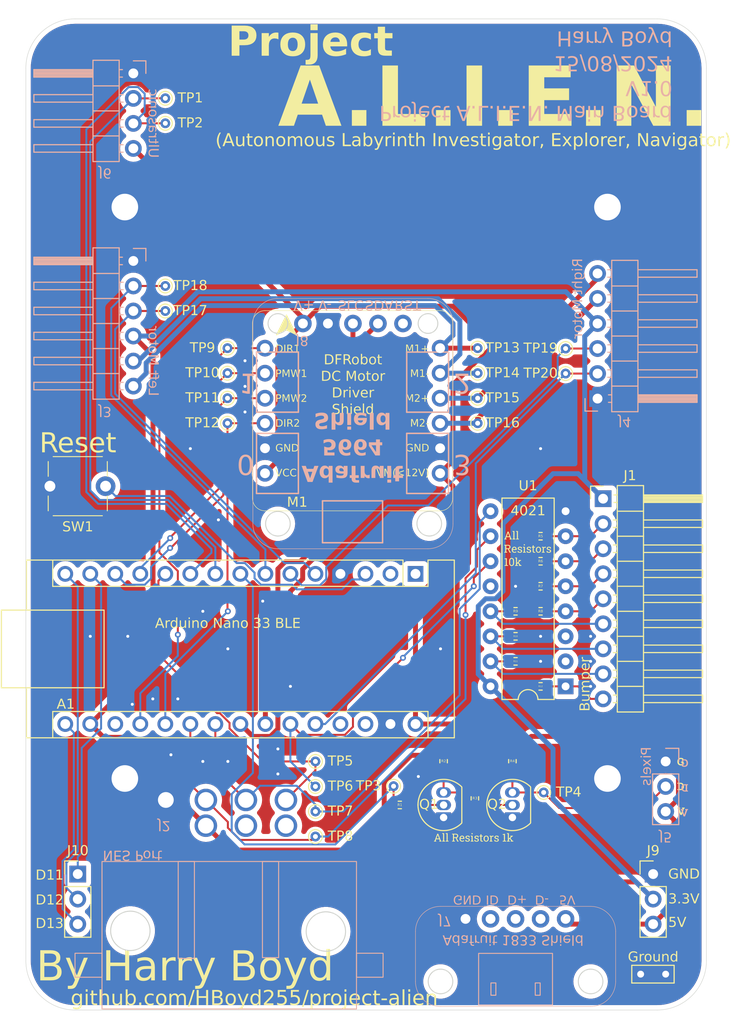
<source format=kicad_pcb>
(kicad_pcb (version 20240108) (generator "pcbnew") (generator_version "8.0")
  (title_block (title "A.L.I.E.N. Main Board") (date "2024-08-13") (rev "1.0") (comment 1 "Designed By: Harry Boyd"))
  (layers (0 "F.Cu" signal) (31 "B.Cu" signal) (34 "B.Paste" user) (35 "F.Paste" user) (36 "B.SilkS" user "B.Silkscreen") (37 "F.SilkS" user "F.Silkscreen") (38 "B.Mask" user) (39 "F.Mask" user) (44 "Edge.Cuts" user))
  (net 0 "")
  (net 1 "I2C_SCL")
  (net 3 "ENC1B")
  (net 4 "DIR1")
  (net 5 "I2C_SDA")
  (net 6 "PWM1")
  (net 8 "D12")
  (net 9 "USONIC_ECHO")
  (net 10 "+3.3V")
  (net 12 "D11")
  (net 13 "DIR2")
  (net 14 "USONIC_TRIG")
  (net 15 "PWM2")
  (net 16 "ENC2A")
  (net 17 "ENC2B")
  (net 18 "D13")
  (net 19 "Net-(A1-~{RESET}-Pad3)")
  (net 20 "ENC1A")
  (net 22 "PIXELS_DATA_3.3V")
  (net 23 "M1-")
  (net 30 "NES_DATA")
  (net 31 "BUMPER_DATA")
  (net 32 "SHIFT_REG_LOAD")
  (net 33 "SHIFT_REG_CLOCK")
  (net 34 "Net-(J1-Pin_6)")
  (net 35 "Net-(J1-Pin_8)")
  (net 36 "+5V")
  (net 37 "Net-(J1-Pin_7)")
  (net 38 "Net-(J1-Pin_2)")
  (net 39 "Net-(J1-Pin_5)")
  (net 40 "Net-(J1-Pin_3)")
  (net 41 "Net-(J1-Pin_4)")
  (net 42 "GND")
  (net 43 "M1+")
  (net 44 "M2+")
  (net 45 "M2-")
  (net 46 "PIXELS_DATA_5V")
  (net 47 "Net-(Q1-B)")
  (net 48 "Net-(Q1-C)")
  (net 49 "Net-(Q2-B)")
  (net 53 "Net-(J1-Pin_9)")
  (footprint "TestPoint:TestPoint_THTPad_D1.0mm_Drill0.5mm" (layer "F.Cu") (at 124.421974 86.321974)
    (property "Reference" "TP9")
    (property "Value" "TestPoint" (hide yes))
  )
  (footprint "Resistor_SMD:R_0402_1005Metric_Pad0.72x0.64mm_HandSolder" (layer "F.Cu") (at 156.21 107.95 180)
    (property "Reference" "R6" (hide yes))
    (property "Value" "10k" (hide yes))
  )
  (footprint "TestPoint:TestPoint_THTPad_D1.0mm_Drill0.5mm" (layer "F.Cu") (at 158.75 88.9)
    (property "Reference" "TP20")
    (property "Value" "TestPoint" (hide yes))
  )
  (footprint "TestPoint:TestPoint_THTPad_D1.0mm_Drill0.5mm" (layer "F.Cu") (at 124.421974 91.401974)
    (property "Reference" "TP11")
    (property "Value" "TestPoint" (hide yes))
  )
  (footprint "Module:Arduino_Nano" (layer "F.Cu") (at 143.51 109.23 -90)
    (property "Reference" "A1")
    (property "Value" "Arduino Nano 33 BLE")
  )
  (footprint "MountingHole:MountingHole_2.7mm_M2.5_Pad" (layer "F.Cu") (at 163 72)
    (property "Reference" "H4" (hide yes))
    (property "Value" "MountingHole_Pad" (hide yes))
  )
  (footprint "TestPoint:TestPoint_THTPad_D1.0mm_Drill0.5mm" (layer "F.Cu") (at 133.35 135.89)
    (property "Reference" "TP8")
    (property "Value" "TestPoint" (hide yes))
  )
  (footprint "Resistor_SMD:R_0402_1005Metric_Pad0.72x0.64mm_HandSolder" (layer "F.Cu") (at 141.919399 132.688321 180)
    (property "Reference" "R1" (hide yes))
    (property "Value" "1k" (hide yes))
  )
  (footprint "Resistor_SMD:R_0402_1005Metric_Pad0.72x0.64mm_HandSolder" (layer "F.Cu") (at 153.67 118.11)
    (property "Reference" "R11" (hide yes))
    (property "Value" "10k" (hide yes))
  )
  (footprint "TestPoint:TestPoint_THTPad_D1.0mm_Drill0.5mm" (layer "F.Cu") (at 124.421974 93.941974)
    (property "Reference" "TP12")
    (property "Value" "TestPoint" (hide yes))
  )
  (footprint "Resistor_SMD:R_0402_1005Metric_Pad0.72x0.64mm_HandSolder" (layer "F.Cu") (at 153.67 113.03)
    (property "Reference" "R9" (hide yes))
    (property "Value" "10k" (hide yes))
  )
  (footprint "DFRobot_DC_Motor_Driver_Shield:DFRobot_DC_Motor_Driver_Shield" (layer "F.Cu") (at 137.16 92.71)
    (property "Reference" "M1")
    (property "Value" "~" (hide yes))
  )
  (footprint "Resistor_SMD:R_0402_1005Metric_Pad0.72x0.64mm_HandSolder" (layer "F.Cu") (at 153.67 115.57)
    (property "Reference" "R10" (hide yes))
    (property "Value" "10k" (hide yes))
  )
  (footprint "TestPoint:TestPoint_THTPad_D1.0mm_Drill0.5mm" (layer "F.Cu") (at 149.821974 91.401974)
    (property "Reference" "TP15")
    (property "Value" "TestPoint" (hide yes))
  )
  (footprint "MountingHole:MountingHole_2.7mm_M2.5_Pad" (layer "F.Cu") (at 114 72)
    (property "Reference" "H1" (hide yes))
    (property "Value" "MountingHole_Pad" (hide yes))
  )
  (footprint "TestPoint:TestPoint_THTPad_D1.0mm_Drill0.5mm" (layer "F.Cu") (at 141.284399 130.783321)
    (property "Reference" "TP3")
    (property "Value" "TestPoint" (hide yes))
  )
  (footprint "MountingHole:MountingHole_2.7mm_M2.5_Pad" (layer "F.Cu") (at 163 130)
    (property "Reference" "H3" (hide yes))
    (property "Value" "MountingHole_Pad" (hide yes))
  )
  (footprint "Package_DIP:DIP-16_W7.62mm" (layer "F.Cu") (at 158.75 120.65 180)
    (property "Reference" "U1")
    (property "Value" "4021")
  )
  (footprint "Resistor_SMD:R_0402_1005Metric_Pad0.72x0.64mm_HandSolder" (layer "F.Cu") (at 156.21 113.03 180)
    (property "Reference" "R8" (hide yes))
    (property "Value" "10k" (hide yes))
  )
  (footprint "TestPoint:TestPoint_THTPad_D1.0mm_Drill0.5mm" (layer "F.Cu") (at 149.821974 93.941974)
    (property "Reference" "TP16")
    (property "Value" "TestPoint" (hide yes))
  )
  (footprint "Connector_PinHeader_2.54mm:PinHeader_1x03_P2.54mm_Vertical" (layer "F.Cu") (at 167.64 139.7)
    (property "Reference" "J9")
    (property "Value" "Voltage Breakout")
  )
  (footprint "TestPoint:TestPoint_THTPad_D1.0mm_Drill0.5mm" (layer "F.Cu") (at 118.11 63.5)
    (property "Reference" "TP2")
    (property "Value" "TestPoint" (hide yes))
  )
  (footprint "Package_TO_SOT_THT:TO-92_Inline" (layer "F.Cu") (at 153.349399 133.958321 90)
    (property "Reference" "Q2")
    (property "Value" "2N3904" (hide yes))
  )
  (footprint "TestPoint:TestPoint_THTPad_D1.0mm_Drill0.5mm" (layer "F.Cu") (at 133.35 133.35)
    (property "Reference" "TP7")
    (property "Value" "TestPoint" (hide yes))
  )
  (footprint "Resistor_SMD:R_0402_1005Metric_Pad0.72x0.64mm_HandSolder" (layer "F.Cu") (at 149.539399 132.015821 -90)
    (property "Reference" "R3" (hide yes))
    (property "Value" "1k" (hide yes))
  )
  (footprint "TestPoint:TestPoint_Bridge_Pitch2.54mm_Drill0.7mm" (layer "F.Cu") (at 166.37 149.86)
    (property "Reference" "GND1" (hide yes))
    (property "Value" "Ground")
  )
  (footprint "TestPoint:TestPoint_THTPad_D1.0mm_Drill0.5mm" (layer "F.Cu") (at 158.75 86.36)
    (property "Reference" "TP19")
    (property "Value" "TestPoint" (hide yes))
  )
  (footprint "Two_Pin_Through_Hole_Push_Button:Two_Pin_Through_Hole_Push_Button" (layer "F.Cu") (at 109.22 100.33)
    (property "Reference" "SW1")
    (property "Value" "Reset")
  )
  (footprint "TestPoint:TestPoint_THTPad_D1.0mm_Drill0.5mm" (layer "F.Cu") (at 133.35 130.81)
    (property "Reference" "TP6")
    (property "Value" "TestPoint" (hide yes))
  )
  (footprint "TestPoint:TestPoint_THTPad_D1.0mm_Drill0.5mm" (layer "F.Cu") (at 118.11 60.96)
    (property "Reference" "TP1")
    (property "Value" "TestPoint" (hide yes))
  )
  (footprint "TestPoint:TestPoint_THTPad_D1.0mm_Drill0.5mm" (layer "F.Cu") (at 133.35 128.27)
    (property "Reference" "TP5")
    (property "Value" "TestPoint" (hide yes))
  )
  (footprint "Resistor_SMD:R_0402_1005Metric_Pad0.72x0.64mm_HandSolder" (layer "F.Cu") (at 156.21 110.49 180)
    (property "Reference" "R7" (hide yes))
    (property "Value" "10k" (hide yes))
  )
  (footprint "TestPoint:TestPoint_THTPad_D1.0mm_Drill0.5mm" (layer "F.Cu") (at 156.524399 131.418321)
    (property "Reference" "TP4")
    (property "Value" "TestPoint" (hide yes))
  )
  (footprint "TestPoint:TestPoint_THTPad_D1.0mm_Drill0.5mm" (layer "F.Cu") (at 149.821974 86.321974)
    (property "Reference" "TP13")
    (property "Value" "TestPoint" (hide yes))
  )
  (footprint "MountingHole:MountingHole_2.7mm_M2.5_Pad" (layer "F.Cu") (at 114 130)
    (property "Reference" "H2" (hide yes))
    (property "Value" "MountingHole_Pad" (hide yes))
  )
  (footprint "Resistor_SMD:R_0402_1005Metric_Pad0.72x0.64mm_HandSolder" (layer "F.Cu") (at 153.349399 128.243321 -90)
    (property "Reference" "R4" (hide yes))
    (property "Value" "1k" (hide yes))
  )
  (footprint "TestPoint:TestPoint_THTPad_D1.0mm_Drill0.5mm" (layer "F.Cu") (at 149.821974 88.861974)
    (property "Reference" "TP14")
    (property "Value" "TestPoint" (hide yes))
  )
  (footprint "Resistor_SMD:R_0402_1005Metric_Pad0.72x0.64mm_HandSolder" (layer "F.Cu") (at 156.21 105.41 180)
    (property "Reference" "R5" (hide yes))
    (property "Value" "10k" (hide yes))
  )
  (footprint "TestPoint:TestPoint_THTPad_D1.0mm_Drill0.5mm" (layer "F.Cu") (at 118.11 80.01 180)
    (property "Reference" "TP18")
    (property "Value" "TestPoint" (hide yes))
  )
  (footprint "TestPoint:TestPoint_THTPad_D1.0mm_Drill0.5mm" (layer "F.Cu") (at 118.11 82.55 180)
    (property "Reference" "TP17")
    (property "Value" "TestPoint" (hide yes))
  )
  (footprint "Connector_PinHeader_2.54mm:PinHeader_1x09_P2.54mm_Horizontal" (layer "F.Cu") (at 162.56 101.6)
    (property "Reference" "J1")
    (property "Value" "Bumper ")
  )
  (footprint "Resistor_SMD:R_0402_1005Metric_Pad0.72x0.64mm_HandSolder" (layer "F.Cu") (at 156.21 120.65 180)
    (property "Reference" "R12" (hide yes))
    (property "Value" "10k" (hide yes))
  )
  (footprint "TestPoint:TestPoint_THTPad_D1.0mm_Drill0.5mm" (layer "F.Cu") (at 124.421974 88.861974)
    (property "Reference" "TP10")
    (property "Value" "TestPoint" (hide yes))
  )
  (footprint "Package_TO_SOT_THT:TO-92_Inline" (layer "F.Cu") (at 146.364399 133.958321 90)
    (property "Reference" "Q1")
    (property "Value" "2N3904" (hide yes))
  )
  (footprint "Connector_PinHeader_2.54mm:PinHeader_1x03_P2.54mm_Vertical" (layer "F.Cu") (at 109.22 139.7)
    (property "Reference" "J10")
    (property "Value" "Excess GPIO Pins")
  )
  (footprint "Resistor_SMD:R_0402_1005Metric_Pad0.72x0.64mm_HandSolder" (layer "F.Cu") (at 146.364399 128.243321 -90)
    (property "Reference" "R2" (hide yes))
    (property "Value" "1k" (hide yes))
  )
  (footprint "Connector_PinHeader_2.54mm:PinHeader_1x04_P2.54mm_Horizontal" (layer "B.Cu") (at 114.865 58.43 180)
    (property "Reference" "J6")
    (property "Value" "Ultrasonic")
  )
  (footprint "Adafruit_5664_Shield:Adafruit_5664_Shield" (layer "B.Cu") (at 137.12 93.82)
    (property "Reference" "J8")
    (property "Value" "I2C Multiplexer" (hide yes))
    (fp_circle (center -7.58 -10) (end -6.58 -10) (stroke (width 0.1)) (fill none) (layer "Edge.Cuts"))
    (fp_circle (center -7.58 10.32) (end -6.33 10.32) (stroke (width 0.1)) (fill none) (layer "Edge.Cuts"))
    (fp_circle (center 7.66 -10) (end 8.66 -10) (stroke (width 0.1)) (fill none) (layer "Edge.Cuts"))
    (fp_circle (center 7.788008 10.319406) (end 9.038008 10.319406) (stroke (width 0.1)) (fill none) (layer "Edge.Cuts"))
  )
  (footprint "Adafruit_1833_Shield:Adafruit_1833_Shield" (layer "B.Cu") (at 153.67 148)
    (property "Reference" "J7" (hide yes))
    (property "Value" "Micro USB" (hide yes))
    (fp_circle (center -7.619999 2.599999) (end -6.369999 2.599999) (stroke (width 0.1)) (fill none) (layer "Edge.Cuts"))
    (fp_circle (center 7.62 2.6) (end 8.87 2.6) (stroke (width 0.1)) (fill none) (layer "Edge.Cuts"))
  )
  (footprint "Connector_PinHeader_2.54mm:PinHeader_1x06_P2.54mm_Horizontal" (layer "B.Cu") (at 161.995 91.44)
    (property "Reference" "J4")
    (property "Value" "Right Motor")
  )
  (footprint "Connector_PinHeader_2.54mm:PinHeader_1x03_P2.54mm_Vertical" (layer "B.Cu") (at 168.91 128.27 180)
    (property "Reference" "J5")
    (property "Value" "Pixels")
  )
  (footprint "NES_Controller_Port:NES_Controller_Port" (layer "B.Cu") (at 124.520224 138.425679)
    (property "Reference" "J2")
    (property "Value" "~")
    (fp_circle (center -9.961073 7.037432) (end -7.961073 7.037432) (stroke (width 0.1)) (fill none) (layer "Edge.Cuts"))
    (fp_circle (center 9.88992 7.10518) (end 11.88992 7.10518) (stroke (width 0.1)) (fill none) (layer "Edge.Cuts"))
  )
  (footprint "Connector_PinHeader_2.54mm:PinHeader_1x06_P2.54mm_Horizontal" (layer "B.Cu") (at 114.865 77.47 180)
    (property "Reference" "J3")
    (property "Value" "Left Motor")
  )
  (gr_arc (start 173.05 148.5) (mid 171.585534 152.035534) (end 168.05 153.5) (stroke (width 0.05)) (layer "Edge.Cuts"))
  (gr_line (start 173.05 148.5) (end 173.05 57.9) (stroke (width 0.05)) (layer "Edge.Cuts"))
  (gr_line (start 168.05 52.9) (end 108.95 52.9) (stroke (width 0.05)) (layer "Edge.Cuts"))
  (gr_line (start 108.95 153.5) (end 168.05 153.5) (stroke (width 0.05)) (layer "Edge.Cuts"))
  (gr_arc (start 108.95 153.5) (mid 105.414466 152.035534) (end 103.95 148.5) (stroke (width 0.05)) (layer "Edge.Cuts"))
  (gr_arc (start 168.05 52.9) (mid 171.585534 54.364466) (end 173.05 57.9) (stroke (width 0.05)) (layer "Edge.Cuts"))
  (gr_arc (start 103.95 57.9) (mid 105.414466 54.364466) (end 108.95 52.9) (stroke (width 0.05)) (layer "Edge.Cuts"))
  (gr_line (start 103.95 57.9) (end 103.95 148.5) (stroke (width 0.05)) (layer "Edge.Cuts"))
  (gr_text "NES Port" (at 111.76 137.16 180) (layer "B.SilkS") (effects (font (size 1 1) (thickness 0.1)) (justify left bottom mirror)))
  (gr_text "Project A.L.I.E.N. Main Board\nV1.0\n15/08/2024\nHarry Boyd\n\n" (at 169.6 51.4 180) (layer "B.SilkS") (effects (font (size 1.5 1.5) (thickness 0.1)) (justify right bottom mirror)))
  (gr_text "D11" (at 104.932915 140.435562 0) (layer "F.SilkS") (effects (font (size 1 1) (thickness 0.1)) (justify left bottom)))
  (gr_text "A.L.I.E.N." (at 129.54 64.77 0) (layer "F.SilkS") (effects (font (size 6 6) (thickness 0.2) (bold yes)) (justify left bottom)))
  (gr_text "Project" (at 124.46 57.15 0) (layer "F.SilkS") (effects (font (size 3 3) (thickness 0.26) (bold yes)) (justify left bottom)))
  (gr_text "3.3V\n" (at 169.16938 142.849229 0) (layer "F.SilkS") (effects (font (size 1 1) (thickness 0.1)) (justify left bottom)))
  (gr_text "D13" (at 104.932915 145.345181 0) (layer "F.SilkS") (effects (font (size 1 1) (thickness 0.1)) (justify left bottom)))
  (gr_text "5V" (at 169.16938 145.235469 0) (layer "F.SilkS") (effects (font (size 1 1) (thickness 0.1)) (justify left bottom)))
  (gr_text "D12" (at 104.932915 142.958941 0) (layer "F.SilkS") (effects (font (size 1 1) (thickness 0.1)) (justify left bottom)))
  (gr_text "By Harry Boyd" (at 105 151 0) (layer "F.SilkS") (effects (font (size 3 3) (thickness 0.1)) (justify left bottom)))
  (gr_text "github.com/HBoyd255/project-alien" (at 108.5 153.25 0) (layer "F.SilkS") (effects (font (size 1.5 1.5) (thickness 0.1)) (justify left bottom)))
  (gr_text "(Autonomous Labyrinth Investigator, Explorer, Navigator)" (at 123.19 66.04 0) (layer "F.SilkS") (effects (font (size 1.3 1.3) (thickness 0.1)) (justify left bottom)))
  (gr_text "GND" (at 169.16938 140.32585 0) (layer "F.SilkS") (effects (font (size 1 1) (thickness 0.1)) (justify left bottom)))
  (gr_text_box "G\n\nD\n\nV" (start 168.162583 127.493287) (end 171.762583 134.693287) (layer "B.SilkS") (effects (font (size 0.75 0.75) (thickness 0.175) (bold yes)) (justify left top mirror)) (border no))
  (gr_text_box "G\n\nD\n\nV" (start 169.511188 127.347358) (end 173.111188 134.547358) (layer "F.SilkS") (effects (font (size 0.75 0.75) (thickness 0.175) (bold yes)) (justify left top)) (border no))
  (gr_text_box "All Resistors 10k\n" (start 151.887236 104.333392) (end 154.387236 108.583392) (layer "F.SilkS") (effects (font (size 0.8 0.8) (thickness 0.1)) (justify left top)) (border no))
  (gr_text_box "All Resistors 1k" (start 144.75 135) (end 155.75 139.25) (layer "F.SilkS") (effects (font (size 0.8 0.8) (thickness 0.1)) (justify left top)) (border no))
  (segment (start 137.16 102.626116) (end 137.16 83.82) (width 0.5) (layer "F.Cu") (net 1))
  (segment (start 130.292233 107.98) (end 131.806116 107.98) (width 0.5) (layer "F.Cu") (net 1))
  (segment (start 129.54 112.307767) (end 129.54 108.732233) (width 0.5) (layer "F.Cu") (net 1))
  (segment (start 128.27 113.577767) (end 129.54 112.307767) (width 0.5) (layer "F.Cu") (net 1))
  (segment (start 131.806116 107.98) (end 137.16 102.626116) (width 0.5) (layer "F.Cu") (net 1))
  (segment (start 128.27 124.47) (end 128.27 113.577767) (width 0.5) (layer "F.Cu") (net 1))
  (segment (start 129.54 108.732233) (end 130.292233 107.98) (width 0.5) (layer "F.Cu") (net 1))
  (segment (start 118.11 80.01) (end 114.865 80.01) (width 0.2) (layer "F.Cu") (net 3))
  (segment (start 128.27 109.23) (end 128.27 106.756982) (width 0.2) (layer "B.Cu") (net 3))
  (segment (start 128.27 106.756982) (end 112.615 91.10198) (width 0.2) (layer "B.Cu") (net 3))
  (segment (start 112.615 82.26) (end 114.865 80.01) (width 0.2) (layer "B.Cu") (net 3))
  (segment (start 112.615 91.10198) (end 112.615 82.26) (width 0.2) (layer "B.Cu") (net 3))
  (segment (start 119.38 115.4) (end 119.38 108.944365) (width 0.2) (layer "F.Cu") (net 4))
  (segment (start 124.421974 86.321974) (end 128.231974 86.321974) (width 0.2) (layer "F.Cu") (net 4))
  (segment (start 117.51 107.074365) (end 117.51 93.233948) (width 0.2) (layer "F.Cu") (net 4))
  (segment (start 117.51 93.233948) (end 124.421974 86.321974) (width 0.2) (layer "F.Cu") (net 4))
  (segment (start 119.38 108.944365) (end 117.51 107.074365) (width 0.2) (layer "F.Cu") (net 4))
  (via (at 119.38 115.4) (size 0.6) (drill 0.3) (layers "F.Cu" "B.Cu") (net 4))
  (segment (start 119.38 117.544314) (end 115.57 121.354314) (width 0.2) (layer "B.Cu") (net 4))
  (segment (start 119.38 115.4) (end 119.38 117.544314) (width 0.2) (layer "B.Cu") (net 4))
  (segment (start 115.57 121.354314) (end 115.57 124.47) (width 0.2) (layer "B.Cu") (net 4))
  (segment (start 128.777767 125.73) (end 129.54 124.967767) (width 0.5) (layer "F.Cu") (net 5))
  (segment (start 126.99 125.73) (end 128.777767 125.73) (width 0.5) (layer "F.Cu") (net 5))
  (segment (start 130.81 112.027717) (end 130.81 110.997767) (width 0.5) (layer "F.Cu") (net 5))
  (segment (start 137.86 102.952233) (end 137.86 85.66) (width 0.5) (layer "F.Cu") (net 5))
  (segment (start 132.06 108.752233) (end 137.86 102.952233) (width 0.5) (layer "F.Cu") (net 5))
  (segment (start 125.73 124.47) (end 126.99 125.73) (width 0.5) (layer "F.Cu") (net 5))
  (segment (start 129.54 113.297717) (end 130.81 112.027717) (width 0.5) (layer "F.Cu") (net 5))
  (segment (start 130.81 110.997767) (end 132.06 109.747767) (width 0.5) (layer "F.Cu") (net 5))
  (segment (start 132.06 109.747767) (end 132.06 108.752233) (width 0.5) (layer "F.Cu") (net 5))
  (segment (start 137.86 85.66) (end 139.7 83.82) (width 0.5) (layer "F.Cu") (net 5))
  (segment (start 129.54 124.967767) (end 129.54 113.297717) (width 0.5) (layer "F.Cu") (net 5))
  (segment (start 123.6 95.165686) (end 122.79 94.355685) (width 0.2) (layer "F.Cu") (net 6))
  (segment (start 128.231974 88.861974) (end 124.421974 88.861974) (width 0.2) (layer "F.Cu") (net 6))
  (segment (start 124.421974 88.861974) (end 124.46 88.9) (width 0.2) (layer "F.Cu") (net 6))
  (segment (start 118.606726 105.527538) (end 123.6 100.534264) (width 0.2) (layer "F.Cu") (net 6))
  (segment (start 122.79 94.355685) (end 122.79 90.493948) (width 0.2) (layer "F.Cu") (net 6))
  (segment (start 122.79 90.493948) (end 124.421974 88.861974) (width 0.2) (layer "F.Cu") (net 6))
  (segment (start 123.6 100.534264) (end 123.6 95.165686) (width 0.2) (layer "F.Cu") (net 6))
  (segment (start 118.606726 105.6) (end 118.606726 105.527538) (width 0.2) (layer "F.Cu") (net 6))
  (via (at 118.606726 105.6) (size 0.6) (drill 0.3) (layers "F.Cu" "B.Cu") (net 6))
  (segment (start 118.606726 105.617539) (end 115.57 108.654265) (width 0.2) (layer "B.Cu") (net 6))
  (segment (start 118.606726 105.6) (end 118.606726 105.617539) (width 0.2) (layer "B.Cu") (net 6))
  (segment (start 115.57 108.654265) (end 115.57 109.23) (width 0.2) (layer "B.Cu") (net 6))
  (segment (start 109.22 110.5) (end 107.95 109.23) (width 0.2) (layer "B.Cu") (net 8))
  (segment (start 109.22 142.24) (end 108.07 141.09) (width 0.2) (layer "B.Cu") (net 8))
  (segment (start 108.07 141.09) (end 108.07 138.55) (width 0.2) (layer "B.Cu") (net 8))
  (segment (start 108.07 138.55) (end 109.22 137.4) (width 0.2) (layer "B.Cu") (net 8))
  (segment (start 109.22 137.4) (end 109.22 110.5) (width 0.2) (layer "B.Cu") (net 8))
  (segment (start 116.84 60.96) (end 116.83 60.97) (width 0.2) (layer "F.Cu") (net 9))
  (segment (start 116.83 60.97) (end 114.865 60.97) (width 0.2) (layer "F.Cu") (net 9))
  (segment (start 118.11 60.96) (end 116.84 60.96) (width 0.2) (layer "F.Cu") (net 9))
  (segment (start 110.49 100.754899) (end 110.49 65.345) (width 0.2) (layer "B.Cu") (net 9))
  (segment (start 111.465101 101.73) (end 110.49 100.754899) (width 0.2) (layer "B.Cu") (net 9))
  (segment (start 123.19 106.535785) (end 118.384215 101.73) (width 0.2) (layer "B.Cu") (net 9))
  (segment (start 118.384215 101.73) (end 111.465101 101.73) (width 0.2) (layer "B.Cu") (net 9))
  (segment (start 123.19 109.23) (end 123.19 106.535785) (width 0.2) (layer "B.Cu") (net 9))
  (segment (start 110.49 65.345) (end 114.865 60.97) (width 0.2) (layer "B.Cu") (net 9))
  (segment (start 116.86 87.085) (end 114.865 85.09) (width 0.5) (layer "F.Cu") (net 10))
  (segment (start 111.845227 125.825227) (end 110.49 124.47) (width 0.5) (layer "F.Cu") (net 10))
  (segment (start 116.86 118.1) (end 116.86 87.085) (width 0.5) (layer "F.Cu") (net 10))
  (segment (start 140.334399 132.925425) (end 147.908974 140.5) (width 0.5) (layer "F.Cu") (net 10))
  (segment (start 122.226569 134.790426) (end 119.755569 132.319426) (width 0.5) (layer "F.Cu") (net 10))
  (segment (start 122.226569 134.790426) (end 124.701656 137.265513) (width 0.5) (layer "F.Cu") (net 10))
  (segment (start 140.334399 130.389818) (end 140.334399 132.925425) (width 0.5) (layer "F.Cu") (net 10))
  (segment (start 147.908974 140.5) (end 165.9 140.5) (width 0.5) (layer "F.Cu") (net 10))
  (segment (start 119.755569 131.300796) (end 114.28 125.825227) (width 0.5) (layer "F.Cu") (net 10))
  (segment (start 165.9 140.5) (end 167.64 142.24) (width 0.5) (layer "F.Cu") (net 10))
  (segment (start 124.701656 137.265513) (end 135.994311 137.265513) (width 0.5) (layer "F.Cu") (net 10))
  (segment (start 135.994311 137.265513) (end 140.334399 132.925425) (width 0.5) (layer "F.Cu") (net 10))
  (segment (start 114.28 125.825227) (end 111.845227 125.825227) (width 0.5) (layer "F.Cu") (net 10))
  (segment (start 119.755569 132.319426) (end 119.755569 131.300796) (width 0.5) (layer "F.Cu") (net 10))
  (segment (start 143.078396 127.645821) (end 140.334399 130.389818) (width 0.5) (layer "F.Cu") (net 10))
  (segment (start 110.49 124.47) (end 116.86 118.1) (width 0.5) (layer "F.Cu") (net 10))
  (segment (start 146.364399 127.645821) (end 143.078396 127.645821) (width 0.5) (layer "F.Cu") (net 10))
  (segment (start 151.13 120.65) (end 157.474399 126.994399) (width 0.5) (layer "B.Cu") (net 10))
  (segment (start 151.627767 111.76) (end 152.4 110.987767) (width 0.5) (layer "B.Cu") (net 10))
  (segment (start 152.4 104.14) (end 157.48 99.06) (width 0.5) (layer "B.Cu") (net 10))
  (segment (start 116.91 85.09) (end 118.5 83.5) (width 0.5) (layer "B.Cu") (net 10))
  (segment (start 151.13 120.65) (end 149.88 119.4) (width 0.5) (layer "B.Cu") (net 10))
  (segment (start 160.695 99.735) (end 160.695 85.12) (width 0.5) (layer "B.Cu") (net 10))
  (segment (start 118.5 83.5) (end 118.503503 83.5) (width 0.5) (layer "B.Cu") (net 10))
  (segment (start 160.695 85.12) (end 161.995 83.82) (width 0.5) (layer "B.Cu") (net 10))
  (segment (start 119.06 82.943503) (end 119.06 82.94) (width 0.5) (layer "B.Cu") (net 10))
  (segment (start 158.775 80.6) (end 161.995 83.82) (width 0.5) (layer "B.Cu") (net 10))
  (segment (start 152.4 110.987767) (end 152.4 104.14) (width 0.5) (layer "B.Cu") (net 10))
  (segment (start 118.503503 83.5) (end 119.06 82.943503) (width 0.5) (layer "B.Cu") (net 10))
  (segment (start 150.632233 111.76) (end 151.627767 111.76) (width 0.5) (layer "B.Cu") (net 10))
  (segment (start 114.865 85.09) (end 116.91 85.09) (width 0.5) (layer "B.Cu") (net 10))
  (segment (start 162.56 101.6) (end 160.695 99.735) (width 0.5) (layer "B.Cu") (net 10))
  (segment (start 121.4 80.6) (end 158.775 80.6) (width 0.5) (layer "B.Cu") (net 10))
  (segment (start 160.02 99.06) (end 162.56 101.6) (width 0.5) (layer "B.Cu") (net 10))
  (segment (start 119.06 82.94) (end 121.4 80.6) (width 0.5) (layer "B.Cu") (net 10))
  (segment (start 149.88 112.512233) (end 150.632233 111.76) (width 0.5) (layer "B.Cu") (net 10))
  (segment (start 157.48 99.06) (end 160.02 99.06) (width 0.5) (layer "B.Cu") (net 10))
  (segment (start 149.88 119.4) (end 149.88 112.512233) (width 0.5) (layer "B.Cu") (net 10))
  (segment (start 157.474399 132.074399) (end 167.64 142.24) (width 0.5) (layer "B.Cu") (net 10))
  (segment (start 157.474399 126.994399) (end 157.474399 132.074399) (width 0.5) (layer "B.Cu") (net 10))
  (segment (start 109.22 139.7) (end 109.22 137.965686) (width 0.2) (layer "B.Cu") (net 12))
  (segment (start 109.22 137.965686) (end 109.62 137.565685) (width 0.2) (layer "B.Cu") (net 12))
  (segment (start 111.59 124.925635) (end 111.59 110.33) (width 0.2) (layer "B.Cu") (net 12))
  (segment (start 111.59 110.33) (end 110.49 109.23) (width 0.2) (layer "B.Cu") (net 12))
  (segment (start 109.62 126.895635) (end 111.59 124.925635) (width 0.2) (layer "B.Cu") (net 12))
  (segment (start 109.62 137.565685) (end 109.62 126.895635) (width 0.2) (layer "B.Cu") (net 12))
  (segment (start 128.231974 93.941974) (end 124.421974 93.941974) (width 0.2) (layer "F.Cu") (net 13))
  (segment (start 124.421974 112.991974) (end 124.46 113.03) (width 0.2) (layer "F.Cu") (net 13))
  (segment (start 124.421974 93.941974) (end 124.421974 112.991974) (width 0.2) (layer "F.Cu") (net 13))
  (via (at 124.46 113.03) (size 0.6) (drill 0.3) (layers "F.Cu" "B.Cu") (net 13))
  (segment (start 118.11 119.38) (end 118.11 124.47) (width 0.2) (layer "B.Cu") (net 13))
  (segment (start 124.46 113.03) (end 118.11 119.38) (width 0.2) (layer "B.Cu") (net 13))
  (segment (start 114.875 63.5) (end 114.865 63.51) (width 0.2) (layer "F.Cu") (net 14))
  (segment (start 118.11 63.5) (end 114.875 63.5) (width 0.2) (layer "F.Cu") (net 14))
  (segment (start 118.218529 102.13) (end 122.79 106.701472) (width 0.2) (layer "B.Cu") (net 14))
  (segment (start 122.79 107.09) (end 120.65 109.23) (width 0.2) (layer "B.Cu") (net 14))
  (segment (start 110.09 64.118654) (end 110.09 100.920585) (width 0.2) (layer "B.Cu") (net 14))
  (segment (start 114.865 63.51) (end 116.015 62.36) (width 0.2) (layer "B.Cu") (net 14))
  (segment (start 110.09 100.920585) (end 111.299415 102.13) (width 0.2) (layer "B.Cu") (net 14))
  (segment (start 115.341346 59.82) (end 114.388654 59.82) (width 0.2) (layer "B.Cu") (net 14))
  (segment (start 116.015 60.493654) (end 115.341346 59.82) (width 0.2) (layer "B.Cu") (net 14))
  (segment (start 122.79 106.701472) (end 122.79 107.09) (width 0.2) (layer "B.Cu") (net 14))
  (segment (start 111.299415 102.13) (end 118.218529 102.13) (width 0.2) (layer "B.Cu") (net 14))
  (segment (start 116.015 62.36) (end 116.015 60.493654) (width 0.2) (layer "B.Cu") (net 14))
  (segment (start 114.388654 59.82) (end 110.09 64.118654) (width 0.2) (layer "B.Cu") (net 14))
  (segment (start 124.421974 91.401974) (end 128.231974 91.401974) (width 0.2) (layer "F.Cu") (net 15))
  (segment (start 123.19 92.633948) (end 124.421974 91.401974) (width 0.2) (layer "F.Cu") (net 15))
  (segment (start 118.655371 106.606624) (end 124 101.261995) (width 0.2) (layer "F.Cu") (net 15))
  (segment (start 118.593046 106.606624) (end 118.655371 106.606624) (width 0.2) (layer "F.Cu") (net 15))
  (segment (start 124 95) (end 123.19 94.19) (width 0.2) (layer "F.Cu") (net 15))
  (segment (start 124 101.261995) (end 124 95) (width 0.2) (layer "F.Cu") (net 15))
  (segment (start 123.19 94.19) (end 123.19 92.633948) (width 0.2) (layer "F.Cu") (net 15))
  (via (at 118.593046 106.606624) (size 0.6) (drill 0.3) (layers "F.Cu" "B.Cu") (net 15))
  (segment (start 114.13 110.33) (end 113.03 109.23) (width 0.2) (layer "B.Cu") (net 15))
  (segment (start 118.593046 106.606954) (end 116.67 108.53) (width 0.2) (layer "B.Cu") (net 15))
  (segment (start 116.67 108.53) (end 116.67 109.685635) (width 0.2) (layer "B.Cu") (net 15))
  (segment (start 116.025635 110.33) (end 114.13 110.33) (width 0.2) (layer "B.Cu") (net 15))
  (segment (start 116.67 109.685635) (end 116.025635 110.33) (width 0.2) (layer "B.Cu") (net 15))
  (segment (start 118.593046 106.606624) (end 118.593046 106.606954) (width 0.2) (layer "B.Cu") (net 15))
  (segment (start 158.75 86.36) (end 161.995 86.36) (width 0.2) (layer "F.Cu") (net 16))
  (segment (start 134.45 108.55) (end 134.45 109.75) (width 0.2) (layer "B.Cu") (net 16))
  (segment (start 157.95 89.134314) (end 146.124314 100.96) (width 0.2) (layer "B.Cu") (net 16))
  (segment (start 146.124314 100.96) (end 146.124314 100.969999) (width 0.2) (layer "B.Cu") (net 16))
  (segment (start 157.95 87.16) (end 157.95 89.134314) (width 0.2) (layer "B.Cu") (net 16))
  (segment (start 158.75 86.36) (end 157.95 87.16) (width 0.2) (layer "B.Cu") (net 16))
  (segment (start 131.98 110.4) (end 130.81 109.23) (width 0.2) (layer "B.Cu") (net 16))
  (segment (start 140.710302 102.289698) (end 134.45 108.55) (width 0.2) (layer "B.Cu") (net 16))
  (segment (start 146.124314 100.969999) (end 144.804615 102.289698) (width 0.2) (layer "B.Cu") (net 16))
  (segment (start 144.804615 102.289698) (end 140.710302 102.289698) (width 0.2) (layer "B.Cu") (net 16))
  (segment (start 133.8 110.4) (end 131.98 110.4) (width 0.2) (layer "B.Cu") (net 16))
  (segment (start 134.45 109.75) (end 133.8 110.4) (width 0.2) (layer "B.Cu") (net 16))
  (segment (start 161.995 88.9) (end 158.75 88.9) (width 0.2) (layer "F.Cu") (net 17))
  (segment (start 149.63 109.174365) (end 149.63 98.02) (width 0.2) (layer "B.Cu") (net 17))
  (segment (start 134.334365 124.47) (end 149.63 109.174365) (width 0.2) (layer "B.Cu") (net 17))
  (segment (start 133.35 124.47) (end 134.334365 124.47) (width 0.2) (layer "B.Cu") (net 17))
  (segment (start 149.63 98.02) (end 158.75 88.9) (width 0.2) (layer "B.Cu") (net 17))
  (segment (start 107.67 138.384314) (end 108.82 137.234314) (width 0.2) (layer "B.Cu") (net 18))
  (segment (start 108.82 125.34) (end 107.95 124.47) (width 0.2) (layer "B.Cu") (net 18))
  (segment (start 107.67 143.23) (end 107.67 138.384314) (width 0.2) (layer "B.Cu") (net 18))
  (segment (start 108.82 137.234314) (end 108.82 125.34) (width 0.2) (layer "B.Cu") (net 18))
  (segment (start 109.22 144.78) (end 107.67 143.23) (width 0.2) (layer "B.Cu") (net 18))
  (segment (start 125.349901 108.13) (end 118.5499 101.33) (width 0.2) (layer "B.Cu") (net 19))
  (segment (start 127.17 109.114365) (end 126.185635 108.13) (width 0.2) (layer "B.Cu") (net 19))
  (segment (start 138.43 109.23) (end 137.86 109.8) (width 0.2) (layer "B.Cu") (net 19))
  (segment (start 136.048529 110.8) (end 131.451471 110.8) (width 0.2) (layer "B.Cu") (net 19))
  (segment (start 113.045 101.33) (end 112.045 100.33) (width 0.2) (layer "B.Cu") (net 19))
  (segment (start 131.451471 110.8) (end 130.981471 110.33) (width 0.2) (layer "B.Cu") (net 19))
  (segment (start 127.814365 110.33) (end 127.17 109.685635) (width 0.2) (layer "B.Cu") (net 19))
  (segment (start 130.981471 110.33) (end 127.814365 110.33) (width 0.2) (layer "B.Cu") (net 19))
  (segment (start 126.185635 108.13) (end 125.349901 108.13) (width 0.2) (layer "B.Cu") (net 19))
  (segment (start 118.5499 101.33) (end 113.045 101.33) (width 0.2) (layer "B.Cu") (net 19))
  (segment (start 137.048529 109.8) (end 136.048529 110.8) (width 0.2) (layer "B.Cu") (net 19))
  (segment (start 127.17 109.685635) (end 127.17 109.114365) (width 0.2) (layer "B.Cu") (net 19))
  (segment (start 137.86 109.8) (end 137.048529 109.8) (width 0.2) (layer "B.Cu") (net 19))
  (segment (start 114.865 82.55) (end 118.11 82.55) (width 0.2) (layer "F.Cu") (net 20))
  (segment (start 113.015 84.4) (end 114.865 82.55) (width 0.2) (layer "B.Cu") (net 20))
  (segment (start 130.208704 108.13) (end 113.015 90.936295) (width 0.2) (layer "B.Cu") (net 20))
  (segment (start 133.35 109.23) (end 132.25 108.13) (width 0.2) (layer "B.Cu") (net 20))
  (segment (start 113.015 90.936295) (end 113.015 84.4) (width 0.2) (layer "B.Cu") (net 20))
  (segment (start 132.25 108.13) (end 130.208704 108.13) (width 0.2) (layer "B.Cu") (net 20))
  (segment (start 141.284399 130.783321) (end 141.284399 132.650821) (width 0.2) (layer "F.Cu") (net 22))
  (segment (start 141.284399 132.650821) (end 141.321899 132.688321) (width 0.2) (layer "F.Cu") (net 22))
  (segment (start 141.284399 130.783321) (end 135.37772 136.69) (width 0.2) (layer "B.Cu") (net 22))
  (segment (start 127 129.428884) (end 127 110.5) (width 0.2) (layer "B.Cu") (net 22))
  (segment (start 126.149432 136.69) (end 124.847569 135.388137) (width 0.2) (layer "B.Cu") (net 22))
  (segment (start 135.37772 136.69) (end 126.149432 136.69) (width 0.2) (layer "B.Cu") (net 22))
  (segment (start 127 110.5) (end 125.73 109.23) (width 0.2) (layer "B.Cu") (net 22))
  (segment (start 124.847569 135.388137) (end 124.847569 131.581315) (width 0.2) (layer "B.Cu") (net 22))
  (segment (start 124.847569 131.581315) (end 127 129.428884) (width 0.2) (layer "B.Cu") (net 22))
  (segment (start 146.011974 88.861974) (end 146.05 88.9) (width 0.5) (layer "B.Cu") (net 23))
  (segment (start 118.793453 84.2) (end 118.78995 84.2) (width 0.5) (layer "B.Cu") (net 23))
  (segment (start 148.02 83.53005) (end 145.789949 81.3) (width 0.5) (layer "B.Cu") (net 23))
  (segment (start 146.05 88.9) (end 148.02 86.93) (width 0.5) (layer "B.Cu") (net 23))
  (segment (start 118.78995 84.2) (end 115.35995 87.63) (width 0.5) (layer "B.Cu") (net 23))
  (segment (start 146.011974 88.861974) (end 149.821974 88.861974) (width 0.5) (layer "B.Cu") (net 23))
  (segment (start 148.02 86.93) (end 148.02 83.53005) (width 0.5) (layer "B.Cu") (net 23))
  (segment (start 119.76 83.22995) (end 119.76 83.233453) (width 0.5) (layer "B.Cu") (net 23))
  (segment (start 119.76 83.233453) (end 118.793453 84.2) (width 0.5) (layer "B.Cu") (net 23))
  (segment (start 121.68995 81.3) (end 119.76 83.22995) (width 0.5) (layer "B.Cu") (net 23))
  (segment (start 115.35995 87.63) (end 114.865 87.63) (width 0.5) (layer "B.Cu") (net 23))
  (segment (start 145.789949 81.3) (end 121.68995 81.3) (width 0.5) (layer "B.Cu") (net 23))
  (segment (start 127.974365 128.27) (end 124.63 124.925635) (width 0.2) (layer "F.Cu") (net 30))
  (segment (start 117.41 117.41) (end 117.41 109.93) (width 0.2) (layer "F.Cu") (net 30))
  (segment (start 133.35 129.183595) (end 130.354569 132.179026) (width 0.2) (layer "F.Cu") (net 30))
  (segment (start 133.35 128.27) (end 127.974365 128.27) (width 0.2) (layer "F.Cu") (net 30))
  (segment (start 123.37 123.37) (end 117.41 117.41) (width 0.2) (layer "F.Cu") (net 30))
  (segment (start 124.63 124.925635) (end 124.63 124.354365) (width 0.2) (layer "F.Cu") (net 30))
  (segment (start 117.41 109.93) (end 118.11 109.23) (width 0.2) (layer "F.Cu") (net 30))
  (segment (start 133.35 128.27) (end 133.35 129.183595) (width 0.2) (layer "F.Cu") (net 30))
  (segment (start 124.63 124.354365) (end 123.645635 123.37) (width 0.2) (layer "F.Cu") (net 30))
  (segment (start 123.645635 123.37) (end 123.37 123.37) (width 0.2) (layer "F.Cu") (net 30))
  (segment (start 131.91 125.57) (end 130.81 124.47) (width 0.2) (layer "F.Cu") (net 31))
  (segment (start 137.16 122.84) (end 137.16 124.755635) (width 0.2) (layer "F.Cu") (net 31))
  (segment (start 136.345635 125.57) (end 131.91 125.57) (width 0.2) (layer "F.Cu") (net 31))
  (segment (start 149.43 110.49) (end 149.43 109.65) (width 0.2) (layer "F.Cu") (net 31))
  (segment (start 142.24 117.76) (end 137.16 122.84) (width 0.2) (layer "F.Cu") (net 31))
  (segment (start 149.43 109.65) (end 151.13 107.95) (width 0.2) (layer "F.Cu") (net 31))
  (segment (start 137.16 124.755635) (end 136.345635 125.57) (width 0.2) (layer "F.Cu") (net 31))
  (segment (start 142.24 117.75) (end 142.24 117.76) (width 0.2) (layer "F.Cu") (net 31))
  (via (at 142.24 117.75) (size 0.6) (drill 0.3) (layers "F.Cu" "B.Cu") (net 31))
  (via (at 149.43 110.49) (size 0.6) (drill 0.3) (layers "F.Cu" "B.Cu") (net 31))
  (segment (start 142.24 117.68) (end 149.43 110.49) (width 0.2) (layer "B.Cu") (net 31))
  (segment (start 142.24 117.75) (end 142.24 117.68) (width 0.2) (layer "B.Cu") (net 31))
  (segment (start 133.35 130.81) (end 130.81 128.27) (width 0.2) (layer "B.Cu") (net 31))
  (segment (start 130.81 128.27) (end 130.81 124.47) (width 0.2) (layer "B.Cu") (net 31))
  (segment (start 123.19 129.078457) (end 126.290569 132.179026) (width 0.2) (layer "F.Cu") (net 32))
  (segment (start 123.19 124.47) (end 123.19 129.078457) (width 0.2) (layer "F.Cu") (net 32))
  (segment (start 131.443132 130.736026) (end 127.733569 130.736026) (width 0.2) (layer "B.Cu") (net 32))
  (segment (start 133.35 133.35) (end 133.35 132.642894) (width 0.2) (layer "B.Cu") (net 32))
  (segment (start 136.185635 133.35) (end 133.35 133.35) (width 0.2) (layer "B.Cu") (net 32))
  (segment (start 151.13 102.87) (end 150.03 103.97) (width 0.2) (layer "B.Cu") (net 32))
  (segment (start 150.03 103.97) (end 150.03 110.77) (width 0.2) (layer "B.Cu") (net 32))
  (segment (start 147.99 121.545635) (end 136.185635 133.35) (width 0.2) (layer "B.Cu") (net 32))
  (segment (start 150.03 110.77) (end 147.99 112.81) (width 0.2) (layer "B.Cu") (net 32))
  (segment (start 127.733569 130.736026) (end 126.290569 132.179026) (width 0.2) (layer "B.Cu") (net 32))
  (segment (start 147.99 112.81) (end 147.99 121.545635) (width 0.2) (layer "B.Cu") (net 32))
  (segment (start 133.35 132.642894) (end 131.443132 130.736026) (width 0.2) (layer "B.Cu") (net 32))
  (segment (start 125.692858 136.233426) (end 124.46 135.000568) (width 0.2) (layer "F.Cu") (net 33))
  (segment (start 149.75 108.5) (end 149.75 106.79) (width 0.2) (layer "F.Cu") (net 33))
  (segment (start 148.59 113.4) (end 148.59 109.66) (width 0.2) (layer "F.Cu") (net 33))
  (segment (start 124.46 134.412457) (end 122.226569 132.179026) (width 0.2) (layer "F.Cu") (net 33))
  (segment (start 120.65 124.47) (end 120.65 130.602457) (width 0.2) (layer "F.Cu") (net 33))
  (segment (start 120.65 130.602457) (end 122.226569 132.179026) (width 0.2) (layer "F.Cu") (net 33))
  (segment (start 149.75 106.79) (end 151.13 105.41) (width 0.2) (layer "F.Cu") (net 33))
  (segment (start 148.59 109.66) (end 149.75 108.5) (width 0.2) (layer "F.Cu") (net 33))
  (segment (start 133.006574 136.233426) (end 125.692858 136.233426) (width 0.2) (layer "F.Cu") (net 33))
  (segment (start 133.35 135.89) (end 133.006574 136.233426) (width 0.2) (layer "F.Cu") (net 33))
  (segment (start 124.46 135.000568) (end 124.46 134.412457) (width 0.2) (layer "F.Cu") (net 33))
  (via (at 148.59 113.4) (size 0.6) (drill 0.3) (layers "F.Cu" "B.Cu") (net 33))
  (segment (start 134.62 135.89) (end 133.35 135.89) (width 0.2) (layer "B.Cu") (net 33))
  (segment (start 148.59 113.4) (end 148.59 121.92) (width 0.2) (layer "B.Cu") (net 33))
  (segment (start 148.59 121.92) (end 134.62 135.89) (width 0.2) (layer "B.Cu") (net 33))
  (segment (start 151.13 113.03) (end 153.0725 113.03) (width 0.2) (layer "F.Cu") (net 34))
  (segment (start 152.4 114.3) (end 162.56 114.3) (width 0.2) (layer "B.Cu") (net 34))
  (segment (start 151.13 113.03) (end 152.4 114.3) (width 0.2) (layer "B.Cu") (net 34))
  (segment (start 153.0725 118.11) (end 151.13 118.11) (width 0.2) (layer "F.Cu") (net 35))
  (segment (start 152.4 119.38) (end 151.13 118.11) (width 0.2) (layer "B.Cu") (net 35))
  (segment (start 162.56 119.38) (end 152.4 119.38) (width 0.2) (layer "B.Cu") (net 35))
  (segment (start 168.91 133.35) (end 170.21 132.05) (width 0.5) (layer "F.Cu") (net 36))
  (segment (start 129.54 97.713948) (end 129.54 86.36) (width 0.5) (layer "F.Cu") (net 36))
  (segment (start 153.349399 127.645821) (end 150.173578 124.47) (width 0.5) (layer "F.Cu") (net 36))
  (segment (start 168.97 125.73) (end 155.26522 125.73) (width 0.5) (layer "F.Cu") (net 36))
  (segment (start 114.865 66.05) (end 132.08 83.265) (width 0.5) (layer "F.Cu") (net 36))
  (segment (start 150.173578 124.47) (end 143.51 124.47) (width 0.5) (layer "F.Cu") (net 36))
  (segment (start 169.76 142.66) (end 167.64 144.78) (width 0.5) (layer "F.Cu") (net 36))
  (segment (start 128.231974 99.021974) (end 129.54 97.713948) (width 0.5) (layer "F.Cu") (net 36))
  (segment (start 147.32 107.95) (end 147.32 100.33) (width 0.5) (layer "F.Cu") (net 36))
  (segment (start 147.32 90.020445) (end 147.32 97.713948) (width 0.5) (layer "F.Cu") (net 36))
  (segment (start 158.81 144.78) (end 158.75 144.84) (width 0.5) (layer "F.Cu") (net 36))
  (segment (start 151.13 85.88) (end 151.13 86.357451) (width 0.5) (layer "F.Cu") (net 36))
  (segment (start 170.21 126.97) (end 168.97 125.73) (width 0.5) (layer "F.Cu") (net 36))
  (segment (start 159.28 144.78) (end 158.75 144.25) (width 0.5) (layer "F.Cu") (net 36))
  (segment (start 155.26522 125.73) (end 153.349399 127.645821) (width 0.5) (layer "F.Cu") (net 36))
  (segment (start 167.64 144.78) (end 159.28 144.78) (width 0.5) (layer "F.Cu") (net 36))
  (segment (start 147.32 100.33) (end 146.011974 99.021974) (width 0.5) (layer "F.Cu") (net 36))
  (segment (start 147.310788 82.060788) (end 151.13 85.88) (width 0.5) (layer "F.Cu") (net 36))
  (segment (start 169.76 134.2) (end 169.76 142.66) (width 0.5) (layer "F.Cu") (net 36))
  (segment (start 149.937037 87.550414) (end 149.790031 87.550414) (width 0.5) (layer "F.Cu") (net 36))
  (segment (start 168.91 133.35) (end 169.76 134.2) (width 0.5) (layer "F.Cu") (net 36))
  (segment (start 147.32 97.713948) (end 146.011974 99.021974) (width 0.5) (layer "F.Cu") (net 36))
  (segment (start 149.790031 87.550414) (end 147.32 90.020445) (width 0.5) (layer "F.Cu") (net 36))
  (segment (start 133.839212 82.060788) (end 147.310788 82.060788) (width 0.5) (layer "F.Cu") (net 36))
  (segment (start 151.13 86.357451) (end 149.937037 87.550414) (width 0.5) (layer "F.Cu") (net 36))
  (segment (start 143.51 111.76) (end 147.32 107.95) (width 0.5) (layer "F.Cu") (net 36))
  (segment (start 132.08 83.82) (end 133.839212 82.060788) (width 0.5) (layer "F.Cu") (net 36))
  (segment (start 129.54 86.36) (end 132.08 83.82) (width 0.5) (layer "F.Cu") (net 36))
  (segment (start 143.51 124.47) (end 143.51 111.76) (width 0.5) (layer "F.Cu") (net 36))
  (segment (start 132.08 83.265) (end 132.08 83.82) (width 0.5) (layer "F.Cu") (net 36))
  (segment (start 170.21 132.05) (end 170.21 126.97) (width 0.5) (layer "F.Cu") (net 36))
  (segment (start 153.0725 115.57) (end 151.13 115.57) (width 0.2) (layer "F.Cu") (net 37))
  (segment (start 151.13 115.57) (end 152.4 116.84) (width 0.2) (layer "B.Cu") (net 37))
  (segment (start 152.4 116.84) (end 162.56 116.84) (width 0.2) (layer "B.Cu") (net 37))
  (segment (start 156.8075 105.41) (end 158.75 105.41) (width 0.2) (layer "F.Cu") (net 38))
  (segment (start 161.29 105.41) (end 162.56 104.14) (width 0.2) (layer "F.Cu") (net 38))
  (segment (start 158.75 105.41) (end 161.29 105.41) (width 0.2) (layer "F.Cu") (net 38))
  (segment (start 156.8075 113.03) (end 158.75 113.03) (width 0.2) (layer "F.Cu") (net 39))
  (segment (start 158.75 113.03) (end 161.29 113.03) (width 0.2) (layer "F.Cu") (net 39))
  (segment (start 161.29 113.03) (end 162.56 111.76) (width 0.2) (layer "F.Cu") (net 39))
  (segment (start 161.29 107.95) (end 162.56 106.68) (width 0.2) (layer "F.Cu") (net 40))
  (segment (start 158.75 107.95) (end 161.29 107.95) (width 0.2) (layer "F.Cu") (net 40))
  (segment (start 158.75 107.95) (end 156.8075 107.95) (width 0.2) (layer "F.Cu") (net 40))
  (segment (start 161.29 110.49) (end 162.56 109.22) (width 0.2) (layer "F.Cu") (net 41))
  (segment (start 158.75 110.49) (end 156.8075 110.49) (width 0.2) (layer "F.Cu") (net 41))
  (segment (start 158.75 110.49) (end 161.29 110.49) (width 0.2) (layer "F.Cu") (net 41))
  (segment (start 154.2675 118.11) (end 154.2675 119.305) (width 0.2) (layer "F.Cu") (net 42))
  (segment (start 154.2675 119.305) (end 155.6125 120.65) (width 0.2) (layer "F.Cu") (net 42))
  (segment (start 155.6125 113.03) (end 155.6125 110.49) (width 0.2) (layer "F.Cu") (net 42))
  (segment (start 155.6125 105.41) (end 155.6125 107.95) (width 0.2) (layer "F.Cu") (net 42))
  (segment (start 154.2675 115.57) (end 154.2675 113.03) (width 0.2) (layer "F.Cu") (net 42))
  (segment (start 154.2675 113.03) (end 155.6125 113.03) (width 0.2) (layer "F.Cu") (net 42))
  (segment (start 154.2675 115.57) (end 154.2675 118.11) (width 0.2) (layer "F.Cu") (net 42))
  (segment (start 155.6125 107.95) (end 155.6125 110.49) (width 0.2) (layer "F.Cu") (net 42))
  (via (at 161.29 120.65) (size 0.6) (drill 0.3) (layers "F.Cu" "B.Cu") (net 42))
  (via (at 116.84 121.92) (size 0.6) (drill 0.3) (layers "F.Cu" "B.Cu") (net 42))
  (via (at 129.54 129.54) (size 0.6) (drill 0.3) (layers "F.Cu" "B.Cu") (net 42))
  (via (at 129.54 127) (size 0.6) (drill 0.3) (layers "F.Cu" "B.Cu") (net 42))
  (via (at 156.21 115.57) (size 0.6) (drill 0.3) (layers "F.Cu" "B.Cu") (net 42))
  (via (at 123.5 103.75) (size 0.6) (drill 0.3) (layers "F.Cu" "B.Cu") (net 42))
  (via (at 161.29 115.57) (size 0.6) (drill 0.3) (layers "F.Cu" "B.Cu") (net 42))
  (via (at 126.2 90.2) (size 0.6) (drill 0.3) (layers "F.Cu" "B.Cu") (net 42))
  (via (at 126.2 87.6) (size 0.6) (drill 0.3) (layers "F.Cu" "B.Cu") (net 42))
  (via (at 124.46 116.84) (size 0.6) (drill 0.3) (layers "F.Cu" "B.Cu") (net 42))
  (via (at 119.38 121.92) (size 0.6) (drill 0.3) (layers "F.Cu" "B.Cu") (net 42))
  (via (at 126.2 92.8) (size 0.6) (drill 0.3) (layers "F.Cu" "B.Cu") (net 42))
  (via (at 146.05 116.84) (size 0.6) (drill 0.3) (layers "F.Cu" "B.Cu") (net 42))
  (via (at 130.81 120.65) (size 0.6) (drill 0.3) (layers "F.Cu" "B.Cu") (net 42))
  (via (at 118.681485 127.593482) (size 0.6) (drill 0.3) (layers "F.Cu" "B.Cu") (net 42))
  (via (at 156.21 118.11) (size 0.6) (drill 0.3) (layers "F.Cu" "B.Cu") (net 42))
  (via (at 121.92 128.27) (size 0.6) (drill 0.3) (layers "F.Cu" "B.Cu") (net 42))
  (via (at 153.67 110.49) (size 0.6) (drill 0.3) (layers "F.Cu" "B.Cu") (net 42))
  (via (at 128 112) (size 0.6) (drill 0.3) (layers "F.Cu" "B.Cu") (net 42))
  (via (at 114.3 115.57) (size 0.6) (drill 0.3) (layers "F.Cu" "B.Cu") (net 42))
  (via (at 143.8 129.8) (size 0.6) (drill 0.3) (layers "F.Cu" "B.Cu") (net 42))
  (via (at 161.29 118.11) (size 0.6) (drill 0.3) (layers "F.Cu" "B.Cu") (net 42))
  (via (at 156.21 96.52) (size 0.6) (drill 0.3) (layers "F.Cu" "B.Cu") (net 42))
  (via (at 121.92 113.03) (size 0.6) (drill 0.3) (layers "F.Cu" "B.Cu") (net 42))
  (via (at 120.65 96.52) (size 0.6) (drill 0.3) (layers "F.Cu" "B.Cu") (net 42))
  (via (at 124.46 128.27) (size 0.6) (drill 0.3) (layers "F.Cu" "B.Cu") (net 42))
  (via (at 110.49 115.57) (size 0.6) (drill 0.3) (layers "F.Cu" "B.Cu") (net 42))
  (via (at 114.751229 122.471527) (size 0.6) (drill 0.3) (layers "F.Cu" "B.Cu") (net 42))
  (segment (start 146.011974 86.321974) (end 149.821974 86.321974) (width 0.5) (layer "F.Cu") (net 43))
  (segment (start 119.0799 84.9) (end 116.165 87.8149) (width 0.5) (layer "B.Cu") (net 43))
  (segment (start 146.011974 86.321974) (end 147.32 85.013948) (width 0.5) (layer "B.Cu") (net 43))
  (segment (start 116.165 87.8149) (end 116.165 88.87) (width 0.5) (layer "B.Cu") (net 43))
  (segment (start 147.32 85.013948) (end 147.32 83.82) (width 0.5) (layer "B.Cu") (net 43))
  (segment (start 120.46 83.523403) (end 119.083402 84.9) (width 0.5) (layer "B.Cu") (net 43))
  (segment (start 121.9799 82) (end 120.46 83.5199) (width 0.5) (layer "B.Cu") (net 43))
  (segment (start 116.165 88.87) (end 114.865 90.17) (width 0.5) (layer "B.Cu") (net 43))
  (segment (start 119.083402 84.9) (end 119.0799 84.9) (width 0.5) (layer "B.Cu") (net 43))
  (segment (start 145.5 82) (end 121.9799 82) (width 0.5) (layer "B.Cu") (net 43))
  (segment (start 120.46 83.5199) (end 120.46 83.523403) (width 0.5) (layer "B.Cu") (net 43))
  (segment (start 147.32 83.82) (end 145.5 82) (width 0.5) (layer "B.Cu") (net 43))
  (segment (start 161.995 79.228948) (end 161.995 78.74) (width 0.5) (layer "F.Cu") (net 44))
  (segment (start 149.821974 91.401974) (end 161.995 79.228948) (width 0.5) (layer "F.Cu") (net 44))
  (segment (start 146.011974 91.401974) (end 149.821974 91.401974) (width 0.5) (layer "B.Cu") (net 44))
  (segment (start 161.995 81.28) (end 149.821974 93.453026) (width 0.5) (layer "F.Cu") (net 45))
  (segment (start 149.821974 93.453026) (end 149.821974 93.941974) (width 0.5) (layer "F.Cu") (net 45))
  (segment (start 146.011974 93.941974) (end 149.821974 93.941974) (width 0.5) (layer "B.Cu") (net 45))
  (segment (start 158.106078 133) (end 156.524399 131.418321) (width 0.2) (layer "F.Cu") (net 46))
  (segment (start 153.349399 128.840821) (end 153.349399 131.418321) (width 0.2) (layer "F.Cu") (net 46))
  (segment (start 153.349399 131.418321) (end 156.524399 131.418321) (width 0.2) (layer "F.Cu") (net 46))
  (segment (start 168.91 130.81) (end 166.72 133) (width 0.2) (layer "F.Cu") (net 46))
  (segment (start 166.72 133) (end 158.106078 133) (width 0.2) (layer "F.Cu") (net 46))
  (segment (start 146.364399 132.688321) (end 142.516899 132.688321) (width 0.2) (layer "F.Cu") (net 47))
  (segment (start 149.539399 131.418321) (end 146.364399 131.418321) (width 0.2) (layer "F.Cu") (net 48))
  (segment (start 146.364399 128.840821) (end 146.364399 131.418321) (width 0.2) (layer "F.Cu") (net 48))
  (segment (start 149.614399 132.688321) (end 149.539399 132.613321) (width 0.2) (layer "F.Cu") (net 49))
  (segment (start 153.349399 132.688321) (end 149.614399 132.688321) (width 0.2) (layer "F.Cu") (net 49))
  (segment (start 162.56 121.92) (end 161.29 121.92) (width 0.2) (layer "F.Cu") (net 53))
  (segment (start 160.02 120.65) (end 158.75 120.65) (width 0.2) (layer "F.Cu") (net 53))
  (segment (start 161.29 121.92) (end 160.02 120.65) (width 0.2) (layer "F.Cu") (net 53))
  (segment (start 156.8075 120.65) (end 158.75 120.65) (width 0.2) (layer "F.Cu") (net 53))
  (zone (net 42) (net_name "GND") (layers "F&B.Cu") (connect_pads yes (clearance 0.5)) (min_thickness 0.5) (fill yes (thermal_gap 0.5) (thermal_bridge_width 0.5))
    (polygon (pts (xy 102.87 52.07) (xy 173.99 52.07) (xy 173.99 154.94) (xy 102.87 154.94)))
  )
)
</source>
